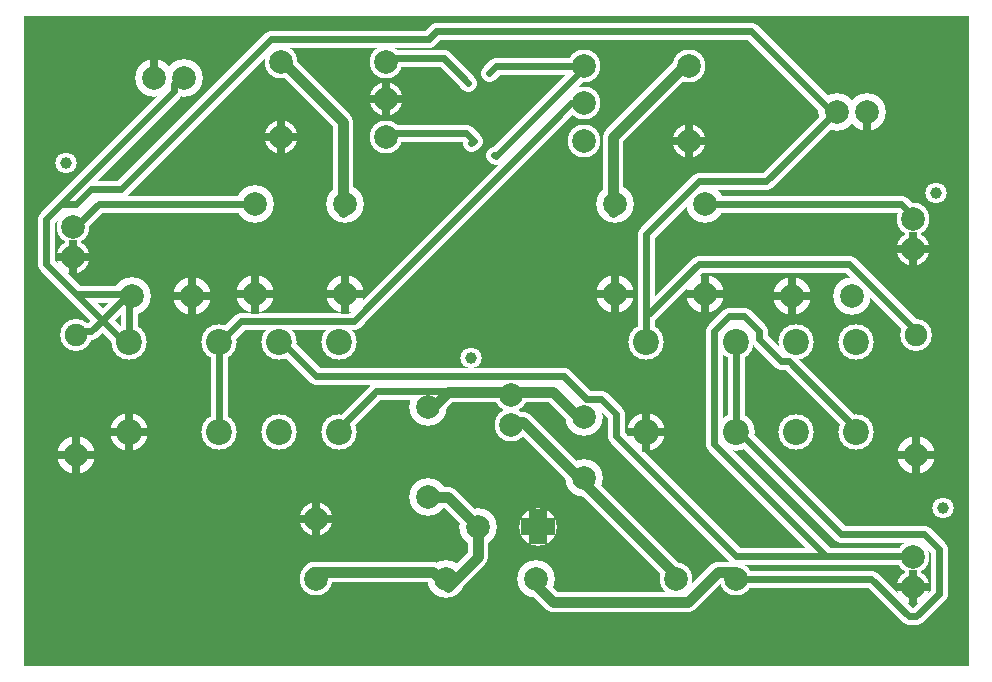
<source format=gbr>
%FSLAX34Y34*%
%MOMM*%
%LNCOPPER_BOTTOM*%
G71*
G01*
%ADD10C,3.200*%
%ADD11C,2.800*%
%ADD12C,2.800*%
%ADD13C,1.700*%
%ADD14C,2.700*%
%ADD15C,3.000*%
%ADD16C,1.400*%
%ADD17C,1.800*%
%ADD18C,0.667*%
%ADD19C,0.680*%
%ADD20C,1.467*%
%ADD21C,0.813*%
%ADD22C,2.000*%
%ADD23C,2.000*%
%ADD24C,0.900*%
%ADD25C,1.900*%
%ADD26C,2.200*%
%ADD27C,0.600*%
%ADD28C,1.000*%
%LPD*%
G36*
X0Y550000D02*
X800000Y550000D01*
X800000Y0D01*
X0Y0D01*
X0Y550000D01*
G37*
%LPC*%
X196267Y390766D02*
G54D10*
D03*
X196217Y314516D02*
G54D10*
D03*
X196267Y390766D02*
G54D11*
D03*
X272458Y390692D02*
G54D10*
D03*
X196208Y390742D02*
G54D10*
D03*
X272458Y390692D02*
G54D11*
D03*
X272458Y390692D02*
G54D10*
D03*
X272408Y314442D02*
G54D10*
D03*
X272458Y390692D02*
G54D11*
D03*
X501067Y390766D02*
G54D10*
D03*
X501017Y314516D02*
G54D10*
D03*
X501067Y390766D02*
G54D11*
D03*
X577258Y390692D02*
G54D10*
D03*
X501008Y390742D02*
G54D10*
D03*
X577258Y390692D02*
G54D11*
D03*
X577258Y390692D02*
G54D10*
D03*
X577208Y314442D02*
G54D10*
D03*
X577258Y390692D02*
G54D11*
D03*
X41723Y371761D02*
G54D12*
D03*
X41723Y346361D02*
G54D12*
D03*
X752923Y378111D02*
G54D12*
D03*
X752923Y352711D02*
G54D12*
D03*
X217850Y511373D02*
G54D12*
D03*
X217850Y447873D02*
G54D12*
D03*
X306750Y511373D02*
G54D12*
D03*
X306750Y479623D02*
G54D12*
D03*
X306750Y447873D02*
G54D12*
D03*
X563290Y444580D02*
G54D12*
D03*
X563290Y508080D02*
G54D12*
D03*
X474390Y444580D02*
G54D12*
D03*
X474390Y476330D02*
G54D12*
D03*
X474390Y508080D02*
G54D12*
D03*
G54D13*
X217850Y511373D02*
X219523Y511461D01*
X270323Y460661D01*
X270323Y384461D01*
X272458Y390692D01*
G54D13*
X563290Y508080D02*
X562423Y511461D01*
X498923Y447961D01*
X498923Y384461D01*
X501008Y390742D01*
X412750Y229450D02*
G54D12*
D03*
X412750Y204050D02*
G54D12*
D03*
X247650Y124550D02*
G54D12*
D03*
X247650Y73750D02*
G54D12*
D03*
X552450Y73750D02*
G54D12*
D03*
X603250Y73750D02*
G54D12*
D03*
X342317Y219316D02*
G54D10*
D03*
X342267Y143066D02*
G54D10*
D03*
X342317Y219316D02*
G54D11*
D03*
X474330Y210302D02*
G54D10*
D03*
X474443Y159321D02*
G54D10*
D03*
X474331Y210302D02*
G54D11*
D03*
X435603Y117874D02*
G54D10*
D03*
X384622Y117761D02*
G54D10*
D03*
X435603Y117874D02*
G54D11*
D03*
X433815Y73138D02*
G54D10*
D03*
X357566Y73188D02*
G54D10*
D03*
X433815Y73139D02*
G54D11*
D03*
G54D13*
X433816Y73139D02*
X435423Y66961D01*
X448123Y54261D01*
X562423Y54261D01*
X587823Y79661D01*
X600523Y79661D01*
X603250Y73750D01*
G54D13*
X474443Y159321D02*
X473523Y155861D01*
X549723Y79661D01*
X552450Y73750D01*
G54D13*
X474443Y159321D02*
X473523Y155861D01*
X422723Y206661D01*
X410023Y206661D01*
X412750Y204050D01*
G54D13*
X474331Y210302D02*
X473523Y206661D01*
X448123Y232061D01*
X410023Y232061D01*
X412750Y229450D01*
G54D13*
X342317Y219316D02*
X346523Y219361D01*
X359223Y232061D01*
X410023Y232061D01*
X412750Y229450D01*
G54D13*
X384622Y117761D02*
X384623Y117761D01*
X359223Y143161D01*
X346523Y143161D01*
X342267Y143066D01*
G54D13*
X357566Y73188D02*
X359223Y66961D01*
X346523Y79661D01*
X244923Y79661D01*
X247650Y73750D01*
X752923Y92361D02*
G54D12*
D03*
X752923Y66961D02*
G54D12*
D03*
G54D13*
X357566Y73188D02*
X359223Y66961D01*
X384623Y92361D01*
X384623Y117761D01*
X384622Y117761D01*
X44450Y178650D02*
G54D14*
D03*
X44450Y280250D02*
G54D14*
D03*
X89285Y197935D02*
G54D15*
D03*
X89285Y274135D02*
G54D15*
D03*
X165485Y197935D02*
G54D15*
D03*
X216285Y197935D02*
G54D15*
D03*
X267085Y197935D02*
G54D15*
D03*
X165485Y274135D02*
G54D15*
D03*
X216285Y274135D02*
G54D15*
D03*
X267085Y274135D02*
G54D15*
D03*
X142709Y312825D02*
G54D10*
D03*
X91729Y312713D02*
G54D10*
D03*
X527050Y197700D02*
G54D15*
D03*
X527050Y273900D02*
G54D15*
D03*
X603250Y197700D02*
G54D15*
D03*
X654050Y197700D02*
G54D15*
D03*
X704850Y197700D02*
G54D15*
D03*
X603250Y273900D02*
G54D15*
D03*
X654050Y273900D02*
G54D15*
D03*
X704850Y273900D02*
G54D15*
D03*
X755650Y178650D02*
G54D14*
D03*
X755650Y280250D02*
G54D14*
D03*
X701510Y312825D02*
G54D10*
D03*
X650529Y312713D02*
G54D10*
D03*
X110309Y497922D02*
G54D10*
D03*
X135809Y497922D02*
G54D10*
D03*
X713913Y468625D02*
G54D10*
D03*
X688413Y468625D02*
G54D10*
D03*
G54D16*
X41723Y371761D02*
X44450Y372200D01*
X63500Y391250D01*
X196850Y391250D01*
X196208Y390742D01*
G54D16*
X267085Y197935D02*
X266700Y200750D01*
X298450Y232500D01*
X412750Y232500D01*
X412750Y229450D01*
G54D16*
X603250Y197700D02*
X603250Y200750D01*
X692150Y111850D01*
X762000Y111850D01*
X774700Y99150D01*
X774700Y61050D01*
X755650Y42000D01*
X749300Y42000D01*
X717550Y73750D01*
X603250Y73750D01*
G54D16*
X603250Y273900D02*
X603250Y276950D01*
X603250Y200750D01*
X603250Y197700D01*
G54D16*
X704850Y197700D02*
X704850Y200750D01*
X647700Y257900D01*
X641350Y257900D01*
X622300Y276950D01*
X622300Y283300D01*
X609600Y296000D01*
X596900Y296000D01*
X584200Y283300D01*
X584200Y188050D01*
X679450Y92800D01*
X755650Y92800D01*
X752923Y92361D01*
G54D16*
X752923Y378111D02*
X755650Y378550D01*
X742950Y391250D01*
X577850Y391250D01*
X577258Y390692D01*
X142709Y312825D02*
G54D10*
D03*
X44450Y178650D02*
G54D10*
D03*
X755650Y178650D02*
G54D10*
D03*
X650529Y312713D02*
G54D10*
D03*
X89285Y197935D02*
G54D10*
D03*
X603250Y197700D02*
G54D10*
D03*
G54D16*
X135809Y497922D02*
X133350Y499200D01*
X127000Y492850D01*
X127000Y486500D01*
X19050Y378550D01*
X19050Y340450D01*
X44450Y315050D01*
X88900Y315050D01*
X91729Y312713D01*
G54D16*
X91729Y312713D02*
X88900Y315050D01*
X88900Y276950D01*
X89285Y274135D01*
G54D16*
X91729Y312713D02*
X88900Y315050D01*
X57150Y283300D01*
X44450Y283300D01*
X44450Y280250D01*
G54D16*
X755650Y280250D02*
X755650Y283300D01*
X698500Y340450D01*
X571500Y340450D01*
X527050Y296000D01*
X527050Y276950D01*
X527050Y273900D01*
G54D16*
X165485Y274135D02*
X165100Y276950D01*
X165100Y200750D01*
X165485Y197935D01*
G54D16*
X688413Y468625D02*
X685800Y467450D01*
X615950Y537300D01*
X349250Y537300D01*
X342900Y530950D01*
X209550Y530950D01*
X82550Y403950D01*
X57150Y403950D01*
X44450Y391250D01*
X31750Y391250D01*
X19050Y378550D01*
X19050Y340450D01*
X82550Y276950D01*
X88900Y276950D01*
X89285Y274135D01*
G54D16*
X688413Y468625D02*
X685800Y467450D01*
X628650Y410300D01*
X571500Y410300D01*
X527050Y365850D01*
X527050Y276950D01*
X527050Y273900D01*
X527050Y197700D02*
G54D10*
D03*
G54D16*
X216285Y274135D02*
X215900Y276950D01*
X247650Y245200D01*
X457200Y245200D01*
X476250Y226150D01*
X488950Y226150D01*
X501650Y213450D01*
X501650Y194400D01*
X603250Y92800D01*
X755650Y92800D01*
X752923Y92361D01*
G54D16*
X378512Y442730D02*
X381000Y444500D01*
X374650Y450850D01*
X304800Y450850D01*
X306750Y447873D01*
G54D16*
X375967Y493344D02*
X374650Y495300D01*
X355600Y514350D01*
X304800Y514350D01*
X306750Y511373D01*
G54D16*
X395967Y503344D02*
X393700Y501650D01*
X400050Y508000D01*
X476250Y508000D01*
X474390Y508080D01*
G54D16*
X398512Y432730D02*
X400050Y431800D01*
X476250Y508000D01*
X474390Y508080D01*
G54D16*
X165485Y274135D02*
X165100Y273050D01*
X184150Y292100D01*
X279400Y292100D01*
X463550Y476250D01*
X476250Y476250D01*
X474390Y476330D01*
X35700Y426010D02*
G54D17*
D03*
X772300Y400610D02*
G54D17*
D03*
X378600Y260910D02*
G54D17*
D03*
X778650Y133910D02*
G54D17*
D03*
%LPD*%
G54D18*
G36*
X196217Y317849D02*
X212717Y317849D01*
X212717Y311183D01*
X196217Y311183D01*
X196217Y317849D01*
G37*
G36*
X199550Y314516D02*
X199550Y298016D01*
X192884Y298016D01*
X192884Y314516D01*
X199550Y314516D01*
G37*
G36*
X196217Y311183D02*
X179717Y311183D01*
X179717Y317849D01*
X196217Y317849D01*
X196217Y311183D01*
G37*
G36*
X192884Y314516D02*
X192884Y331016D01*
X199550Y331016D01*
X199550Y314516D01*
X192884Y314516D01*
G37*
G54D19*
G36*
X272408Y317842D02*
X288908Y317842D01*
X288908Y311042D01*
X272408Y311042D01*
X272408Y317842D01*
G37*
G36*
X275808Y314442D02*
X275808Y297942D01*
X269008Y297942D01*
X269008Y314442D01*
X275808Y314442D01*
G37*
G36*
X272408Y311042D02*
X255908Y311042D01*
X255908Y317842D01*
X272408Y317842D01*
X272408Y311042D01*
G37*
G36*
X269008Y314442D02*
X269008Y330942D01*
X275808Y330942D01*
X275808Y314442D01*
X269008Y314442D01*
G37*
G54D18*
G36*
X501017Y317849D02*
X517517Y317849D01*
X517517Y311183D01*
X501017Y311183D01*
X501017Y317849D01*
G37*
G36*
X504350Y314516D02*
X504350Y298016D01*
X497684Y298016D01*
X497684Y314516D01*
X504350Y314516D01*
G37*
G36*
X501017Y311183D02*
X484517Y311183D01*
X484517Y317849D01*
X501017Y317849D01*
X501017Y311183D01*
G37*
G36*
X497684Y314516D02*
X497684Y331016D01*
X504350Y331016D01*
X504350Y314516D01*
X497684Y314516D01*
G37*
G54D19*
G36*
X577208Y317842D02*
X593708Y317842D01*
X593708Y311042D01*
X577208Y311042D01*
X577208Y317842D01*
G37*
G36*
X580608Y314442D02*
X580608Y297942D01*
X573808Y297942D01*
X573808Y314442D01*
X580608Y314442D01*
G37*
G36*
X577208Y311042D02*
X560708Y311042D01*
X560708Y317842D01*
X577208Y317842D01*
X577208Y311042D01*
G37*
G36*
X573808Y314442D02*
X573808Y330942D01*
X580608Y330942D01*
X580608Y314442D01*
X573808Y314442D01*
G37*
G54D18*
G36*
X38390Y346361D02*
X38390Y360861D01*
X45056Y360861D01*
X45056Y346361D01*
X38390Y346361D01*
G37*
G36*
X41723Y349694D02*
X56223Y349694D01*
X56223Y343028D01*
X41723Y343028D01*
X41723Y349694D01*
G37*
G36*
X45056Y346361D02*
X45056Y331861D01*
X38390Y331861D01*
X38390Y346361D01*
X45056Y346361D01*
G37*
G36*
X41723Y343028D02*
X27223Y343028D01*
X27223Y349694D01*
X41723Y349694D01*
X41723Y343028D01*
G37*
G54D18*
G36*
X749590Y352711D02*
X749590Y367211D01*
X756256Y367211D01*
X756256Y352711D01*
X749590Y352711D01*
G37*
G36*
X752923Y356044D02*
X767423Y356044D01*
X767423Y349378D01*
X752923Y349378D01*
X752923Y356044D01*
G37*
G36*
X756256Y352711D02*
X756256Y338211D01*
X749590Y338211D01*
X749590Y352711D01*
X756256Y352711D01*
G37*
G36*
X752923Y349378D02*
X738423Y349378D01*
X738423Y356044D01*
X752923Y356044D01*
X752923Y349378D01*
G37*
G54D18*
G36*
X214517Y447873D02*
X214517Y462373D01*
X221183Y462373D01*
X221183Y447873D01*
X214517Y447873D01*
G37*
G36*
X217850Y451206D02*
X232350Y451206D01*
X232350Y444540D01*
X217850Y444540D01*
X217850Y451206D01*
G37*
G36*
X221183Y447873D02*
X221183Y433373D01*
X214517Y433373D01*
X214517Y447873D01*
X221183Y447873D01*
G37*
G36*
X217850Y444540D02*
X203350Y444540D01*
X203350Y451206D01*
X217850Y451206D01*
X217850Y444540D01*
G37*
G54D18*
G36*
X303417Y479623D02*
X303417Y494123D01*
X310083Y494123D01*
X310083Y479623D01*
X303417Y479623D01*
G37*
G36*
X306750Y482956D02*
X321250Y482956D01*
X321250Y476290D01*
X306750Y476290D01*
X306750Y482956D01*
G37*
G36*
X310083Y479623D02*
X310083Y465123D01*
X303417Y465123D01*
X303417Y479623D01*
X310083Y479623D01*
G37*
G36*
X306750Y476290D02*
X292250Y476290D01*
X292250Y482956D01*
X306750Y482956D01*
X306750Y476290D01*
G37*
G54D18*
G36*
X566623Y444580D02*
X566623Y430080D01*
X559957Y430080D01*
X559957Y444580D01*
X566623Y444580D01*
G37*
G36*
X563290Y441247D02*
X548790Y441247D01*
X548790Y447913D01*
X563290Y447913D01*
X563290Y441247D01*
G37*
G36*
X559957Y444580D02*
X559957Y459080D01*
X566623Y459080D01*
X566623Y444580D01*
X559957Y444580D01*
G37*
G36*
X563290Y447913D02*
X577790Y447913D01*
X577790Y441247D01*
X563290Y441247D01*
X563290Y447913D01*
G37*
G54D19*
G36*
X247650Y127950D02*
X262150Y127950D01*
X262150Y121150D01*
X247650Y121150D01*
X247650Y127950D01*
G37*
G36*
X251050Y124550D02*
X251050Y110050D01*
X244250Y110050D01*
X244250Y124550D01*
X251050Y124550D01*
G37*
G36*
X247650Y121150D02*
X233150Y121150D01*
X233150Y127950D01*
X247650Y127950D01*
X247650Y121150D01*
G37*
G36*
X244250Y124550D02*
X244250Y139050D01*
X251050Y139050D01*
X251050Y124550D01*
X244250Y124550D01*
G37*
G54D20*
G36*
X428270Y117874D02*
X428270Y132374D01*
X442936Y132374D01*
X442936Y117874D01*
X428270Y117874D01*
G37*
G36*
X435603Y125207D02*
X450103Y125207D01*
X450103Y110540D01*
X435603Y110540D01*
X435603Y125207D01*
G37*
G36*
X442936Y117874D02*
X442936Y103374D01*
X428270Y103374D01*
X428270Y117874D01*
X442936Y117874D01*
G37*
G36*
X435603Y110540D02*
X421103Y110540D01*
X421103Y125207D01*
X435603Y125207D01*
X435603Y110540D01*
G37*
G54D18*
G36*
X749590Y66961D02*
X749590Y81461D01*
X756256Y81461D01*
X756256Y66961D01*
X749590Y66961D01*
G37*
G36*
X752923Y70294D02*
X767423Y70294D01*
X767423Y63628D01*
X752923Y63628D01*
X752923Y70294D01*
G37*
G36*
X756256Y66961D02*
X756256Y52461D01*
X749590Y52461D01*
X749590Y66961D01*
X756256Y66961D01*
G37*
G36*
X752923Y63628D02*
X738423Y63628D01*
X738423Y70294D01*
X752923Y70294D01*
X752923Y63628D01*
G37*
G54D18*
G36*
X106976Y497922D02*
X106976Y514422D01*
X113642Y514422D01*
X113642Y497922D01*
X106976Y497922D01*
G37*
G54D21*
G54D18*
G36*
X717246Y468625D02*
X717246Y452125D01*
X710579Y452125D01*
X710579Y468625D01*
X717246Y468625D01*
G37*
G54D21*
G54D19*
G36*
X142709Y316225D02*
X159209Y316225D01*
X159209Y309425D01*
X142709Y309425D01*
X142709Y316225D01*
G37*
G36*
X146109Y312825D02*
X146109Y296325D01*
X139309Y296325D01*
X139309Y312825D01*
X146109Y312825D01*
G37*
G36*
X142709Y309425D02*
X126209Y309425D01*
X126209Y316225D01*
X142709Y316225D01*
X142709Y309425D01*
G37*
G36*
X139309Y312825D02*
X139309Y329325D01*
X146109Y329325D01*
X146109Y312825D01*
X139309Y312825D01*
G37*
G54D19*
G36*
X44450Y182050D02*
X60950Y182050D01*
X60950Y175250D01*
X44450Y175250D01*
X44450Y182050D01*
G37*
G36*
X47850Y178650D02*
X47850Y162150D01*
X41050Y162150D01*
X41050Y178650D01*
X47850Y178650D01*
G37*
G36*
X44450Y175250D02*
X27950Y175250D01*
X27950Y182050D01*
X44450Y182050D01*
X44450Y175250D01*
G37*
G36*
X41050Y178650D02*
X41050Y195150D01*
X47850Y195150D01*
X47850Y178650D01*
X41050Y178650D01*
G37*
G54D19*
G36*
X755650Y182050D02*
X772150Y182050D01*
X772150Y175250D01*
X755650Y175250D01*
X755650Y182050D01*
G37*
G36*
X759050Y178650D02*
X759050Y162150D01*
X752250Y162150D01*
X752250Y178650D01*
X759050Y178650D01*
G37*
G36*
X755650Y175250D02*
X739150Y175250D01*
X739150Y182050D01*
X755650Y182050D01*
X755650Y175250D01*
G37*
G36*
X752250Y178650D02*
X752250Y195150D01*
X759050Y195150D01*
X759050Y178650D01*
X752250Y178650D01*
G37*
G54D19*
G36*
X650529Y316113D02*
X667029Y316113D01*
X667029Y309313D01*
X650529Y309313D01*
X650529Y316113D01*
G37*
G36*
X653929Y312713D02*
X653929Y296213D01*
X647129Y296213D01*
X647129Y312713D01*
X653929Y312713D01*
G37*
G36*
X650529Y309313D02*
X634029Y309313D01*
X634029Y316113D01*
X650529Y316113D01*
X650529Y309313D01*
G37*
G36*
X647129Y312713D02*
X647129Y329213D01*
X653929Y329213D01*
X653929Y312713D01*
X647129Y312713D01*
G37*
G54D19*
G36*
X89285Y201335D02*
X105785Y201335D01*
X105785Y194535D01*
X89285Y194535D01*
X89285Y201335D01*
G37*
G36*
X92685Y197935D02*
X92685Y181435D01*
X85885Y181435D01*
X85885Y197935D01*
X92685Y197935D01*
G37*
G36*
X89285Y194535D02*
X72785Y194535D01*
X72785Y201335D01*
X89285Y201335D01*
X89285Y194535D01*
G37*
G36*
X85885Y197935D02*
X85885Y214435D01*
X92685Y214435D01*
X92685Y197935D01*
X85885Y197935D01*
G37*
G54D19*
G36*
X527050Y201100D02*
X543550Y201100D01*
X543550Y194300D01*
X527050Y194300D01*
X527050Y201100D01*
G37*
G36*
X530450Y197700D02*
X530450Y181200D01*
X523650Y181200D01*
X523650Y197700D01*
X530450Y197700D01*
G37*
G36*
X527050Y194300D02*
X510550Y194300D01*
X510550Y201100D01*
X527050Y201100D01*
X527050Y194300D01*
G37*
G36*
X523650Y197700D02*
X523650Y214200D01*
X530450Y214200D01*
X530450Y197700D01*
X523650Y197700D01*
G37*
X196267Y390766D02*
G54D22*
D03*
X196217Y314516D02*
G54D22*
D03*
X196267Y390766D02*
G54D23*
D03*
X272458Y390692D02*
G54D22*
D03*
X196208Y390742D02*
G54D22*
D03*
X272458Y390692D02*
G54D23*
D03*
X272458Y390692D02*
G54D22*
D03*
X272408Y314442D02*
G54D22*
D03*
X272458Y390692D02*
G54D23*
D03*
X501067Y390766D02*
G54D22*
D03*
X501017Y314516D02*
G54D22*
D03*
X501067Y390766D02*
G54D23*
D03*
X577258Y390692D02*
G54D22*
D03*
X501008Y390742D02*
G54D22*
D03*
X577258Y390692D02*
G54D23*
D03*
X577258Y390692D02*
G54D22*
D03*
X577208Y314442D02*
G54D22*
D03*
X577258Y390692D02*
G54D23*
D03*
X41723Y371761D02*
G54D22*
D03*
X41723Y346361D02*
G54D22*
D03*
X752923Y378111D02*
G54D22*
D03*
X752923Y352711D02*
G54D22*
D03*
X217850Y511373D02*
G54D22*
D03*
X217850Y447873D02*
G54D22*
D03*
X306750Y511373D02*
G54D22*
D03*
X306750Y479623D02*
G54D22*
D03*
X306750Y447873D02*
G54D22*
D03*
X563290Y444580D02*
G54D22*
D03*
X563290Y508080D02*
G54D22*
D03*
X474390Y444580D02*
G54D22*
D03*
X474390Y476330D02*
G54D22*
D03*
X474390Y508080D02*
G54D22*
D03*
G54D24*
X217850Y511373D02*
X219523Y511461D01*
X270323Y460661D01*
X270323Y384461D01*
X272458Y390692D01*
G54D24*
X563290Y508080D02*
X562423Y511461D01*
X498923Y447961D01*
X498923Y384461D01*
X501008Y390742D01*
X412750Y229450D02*
G54D22*
D03*
X412750Y204050D02*
G54D22*
D03*
X247650Y124550D02*
G54D22*
D03*
X247650Y73750D02*
G54D22*
D03*
X552450Y73750D02*
G54D22*
D03*
X603250Y73750D02*
G54D22*
D03*
X342317Y219316D02*
G54D22*
D03*
X342267Y143066D02*
G54D22*
D03*
X342317Y219316D02*
G54D23*
D03*
X474330Y210302D02*
G54D22*
D03*
X474443Y159321D02*
G54D22*
D03*
X474331Y210302D02*
G54D23*
D03*
X435603Y117874D02*
G54D22*
D03*
X384622Y117761D02*
G54D22*
D03*
X435603Y117874D02*
G54D23*
D03*
X433815Y73138D02*
G54D22*
D03*
X357566Y73188D02*
G54D22*
D03*
X433815Y73139D02*
G54D23*
D03*
G54D24*
X433816Y73139D02*
X435423Y66961D01*
X448123Y54261D01*
X562423Y54261D01*
X587823Y79661D01*
X600523Y79661D01*
X603250Y73750D01*
G54D24*
X474443Y159321D02*
X473523Y155861D01*
X549723Y79661D01*
X552450Y73750D01*
G54D24*
X474443Y159321D02*
X473523Y155861D01*
X422723Y206661D01*
X410023Y206661D01*
X412750Y204050D01*
G54D24*
X474331Y210302D02*
X473523Y206661D01*
X448123Y232061D01*
X410023Y232061D01*
X412750Y229450D01*
G54D24*
X342317Y219316D02*
X346523Y219361D01*
X359223Y232061D01*
X410023Y232061D01*
X412750Y229450D01*
G54D24*
X384622Y117761D02*
X384623Y117761D01*
X359223Y143161D01*
X346523Y143161D01*
X342267Y143066D01*
G54D24*
X357566Y73188D02*
X359223Y66961D01*
X346523Y79661D01*
X244923Y79661D01*
X247650Y73750D01*
X752923Y92361D02*
G54D22*
D03*
X752923Y66961D02*
G54D22*
D03*
G54D24*
X357566Y73188D02*
X359223Y66961D01*
X384623Y92361D01*
X384623Y117761D01*
X384622Y117761D01*
X44450Y178650D02*
G54D25*
D03*
X44450Y280250D02*
G54D25*
D03*
X89285Y197935D02*
G54D26*
D03*
X89285Y274135D02*
G54D26*
D03*
X165485Y197935D02*
G54D26*
D03*
X216285Y197935D02*
G54D26*
D03*
X267085Y197935D02*
G54D26*
D03*
X165485Y274135D02*
G54D26*
D03*
X216285Y274135D02*
G54D26*
D03*
X267085Y274135D02*
G54D26*
D03*
X142709Y312825D02*
G54D22*
D03*
X91729Y312713D02*
G54D22*
D03*
X527050Y197700D02*
G54D26*
D03*
X527050Y273900D02*
G54D26*
D03*
X603250Y197700D02*
G54D26*
D03*
X654050Y197700D02*
G54D26*
D03*
X704850Y197700D02*
G54D26*
D03*
X603250Y273900D02*
G54D26*
D03*
X654050Y273900D02*
G54D26*
D03*
X704850Y273900D02*
G54D26*
D03*
X755650Y178650D02*
G54D25*
D03*
X755650Y280250D02*
G54D25*
D03*
X701510Y312825D02*
G54D22*
D03*
X650529Y312713D02*
G54D22*
D03*
X110309Y497922D02*
G54D22*
D03*
X135809Y497922D02*
G54D22*
D03*
X713913Y468625D02*
G54D22*
D03*
X688413Y468625D02*
G54D22*
D03*
G54D27*
X41723Y371761D02*
X44450Y372200D01*
X63500Y391250D01*
X196850Y391250D01*
X196208Y390742D01*
G54D27*
X267085Y197935D02*
X266700Y200750D01*
X298450Y232500D01*
X412750Y232500D01*
X412750Y229450D01*
G54D27*
X603250Y197700D02*
X603250Y200750D01*
X692150Y111850D01*
X762000Y111850D01*
X774700Y99150D01*
X774700Y61050D01*
X755650Y42000D01*
X749300Y42000D01*
X717550Y73750D01*
X603250Y73750D01*
G54D27*
X603250Y273900D02*
X603250Y276950D01*
X603250Y200750D01*
X603250Y197700D01*
G54D27*
X704850Y197700D02*
X704850Y200750D01*
X647700Y257900D01*
X641350Y257900D01*
X622300Y276950D01*
X622300Y283300D01*
X609600Y296000D01*
X596900Y296000D01*
X584200Y283300D01*
X584200Y188050D01*
X679450Y92800D01*
X755650Y92800D01*
X752923Y92361D01*
G54D27*
X752923Y378111D02*
X755650Y378550D01*
X742950Y391250D01*
X577850Y391250D01*
X577258Y390692D01*
X142709Y312825D02*
G54D22*
D03*
X44450Y178650D02*
G54D22*
D03*
X755650Y178650D02*
G54D22*
D03*
X650529Y312713D02*
G54D22*
D03*
X89285Y197935D02*
G54D22*
D03*
X603250Y197700D02*
G54D22*
D03*
G54D27*
X135809Y497922D02*
X133350Y499200D01*
X127000Y492850D01*
X127000Y486500D01*
X19050Y378550D01*
X19050Y340450D01*
X44450Y315050D01*
X88900Y315050D01*
X91729Y312713D01*
G54D27*
X91729Y312713D02*
X88900Y315050D01*
X88900Y276950D01*
X89285Y274135D01*
G54D27*
X91729Y312713D02*
X88900Y315050D01*
X57150Y283300D01*
X44450Y283300D01*
X44450Y280250D01*
G54D27*
X755650Y280250D02*
X755650Y283300D01*
X698500Y340450D01*
X571500Y340450D01*
X527050Y296000D01*
X527050Y276950D01*
X527050Y273900D01*
G54D27*
X165485Y274135D02*
X165100Y276950D01*
X165100Y200750D01*
X165485Y197935D01*
G54D27*
X688413Y468625D02*
X685800Y467450D01*
X615950Y537300D01*
X349250Y537300D01*
X342900Y530950D01*
X209550Y530950D01*
X82550Y403950D01*
X57150Y403950D01*
X44450Y391250D01*
X31750Y391250D01*
X19050Y378550D01*
X19050Y340450D01*
X82550Y276950D01*
X88900Y276950D01*
X89285Y274135D01*
G54D27*
X688413Y468625D02*
X685800Y467450D01*
X628650Y410300D01*
X571500Y410300D01*
X527050Y365850D01*
X527050Y276950D01*
X527050Y273900D01*
X527050Y197700D02*
G54D22*
D03*
G54D27*
X216285Y274135D02*
X215900Y276950D01*
X247650Y245200D01*
X457200Y245200D01*
X476250Y226150D01*
X488950Y226150D01*
X501650Y213450D01*
X501650Y194400D01*
X603250Y92800D01*
X755650Y92800D01*
X752923Y92361D01*
G54D27*
X378512Y442730D02*
X381000Y444500D01*
X374650Y450850D01*
X304800Y450850D01*
X306750Y447873D01*
G54D27*
X375967Y493344D02*
X374650Y495300D01*
X355600Y514350D01*
X304800Y514350D01*
X306750Y511373D01*
G54D27*
X395967Y503344D02*
X393700Y501650D01*
X400050Y508000D01*
X476250Y508000D01*
X474390Y508080D01*
G54D27*
X398512Y432730D02*
X400050Y431800D01*
X476250Y508000D01*
X474390Y508080D01*
G54D27*
X165485Y274135D02*
X165100Y273050D01*
X184150Y292100D01*
X279400Y292100D01*
X463550Y476250D01*
X476250Y476250D01*
X474390Y476330D01*
X35700Y426010D02*
G54D28*
D03*
X772300Y400610D02*
G54D28*
D03*
X378600Y260910D02*
G54D28*
D03*
X778650Y133910D02*
G54D28*
D03*
M02*

</source>
